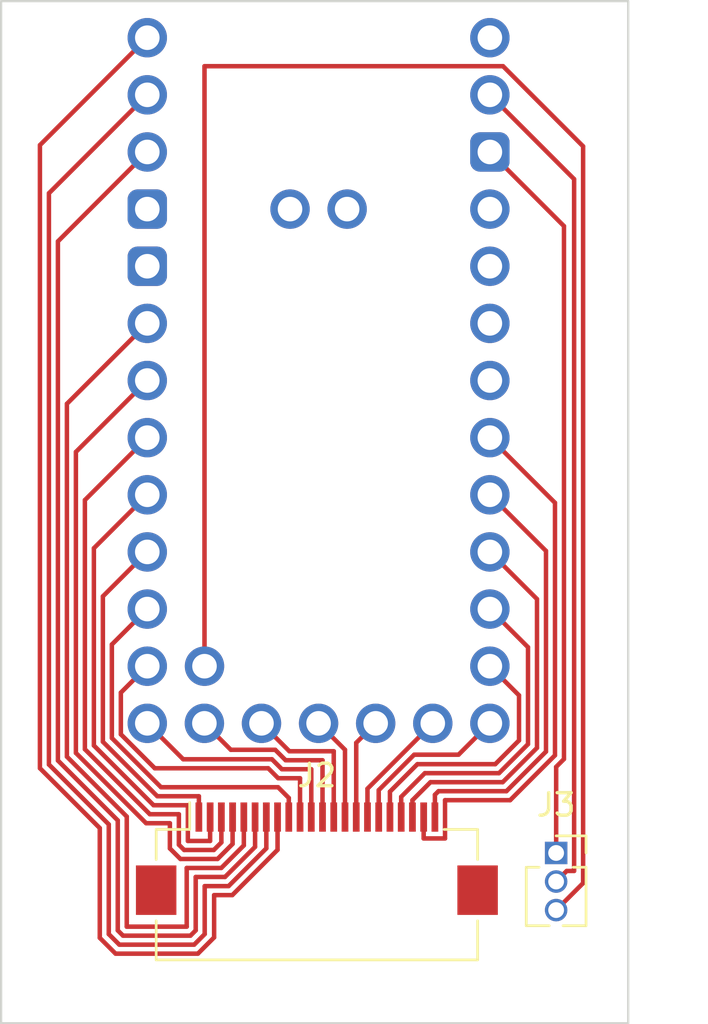
<source format=kicad_pcb>
(kicad_pcb (version 20221018) (generator pcbnew)
  (layers (0 "F.Cu" signal) (31 "B.Cu" signal) (34 "B.Paste" user) (35 "F.Paste" user) (36 "B.SilkS" user "B.Silkscreen") (37 "F.SilkS" user "F.Silkscreen") (38 "B.Mask" user) (39 "F.Mask" user) (44 "Edge.Cuts" user))
  (net 0 "")
  (footprint "Connector_PinSocket_1.27mm:PinSocket_1x03_P1.27mm_Vertical" (layer "F.Cu") (at 77.4327 81.2678)
    (fp_text reference "J3" (at 0 -2.135) (layer "F.SilkS"))
    (fp_text value "Conn_01x03_Male")
    (fp_line (start -1.33 0.635) (end -1.33 3.235) (stroke (width 0.12)) (layer "F.SilkS"))
    (fp_line (start -1.33 0.635) (end -0.76 0.635) (stroke (width 0.12)) (layer "F.SilkS"))
    (fp_line (start -1.33 3.235) (end -0.30753 3.235) (stroke (width 0.12)) (layer "F.SilkS"))
    (fp_line (start 0 -0.76) (end 1.33 -0.76) (stroke (width 0.12)) (layer "F.SilkS"))
    (fp_line (start 0.30753 3.235) (end 1.33 3.235) (stroke (width 0.12)) (layer "F.SilkS"))
    (fp_line (start 0.76 0.635) (end 1.33 0.635) (stroke (width 0.12)) (layer "F.SilkS"))
    (fp_line (start 1.33 -0.76) (end 1.33 0) (stroke (width 0.12)) (layer "F.SilkS"))
    (fp_line (start 1.33 0.635) (end 1.33 3.235) (stroke (width 0.12)) (layer "F.SilkS"))
    (pad "1" thru_hole rect (at 0 0) (size 1 1) (drill 0.7) (layers "*.Cu" "*.Mask"))
    (pad "2" thru_hole oval (at 0 1.27) (size 1 1) (drill 0.7) (layers "*.Cu" "*.Mask"))
    (pad "3" thru_hole oval (at 0 2.54) (size 1 1) (drill 0.7) (layers "*.Cu" "*.Mask"))
  )
  (footprint "Connector_FFC-FPC:Hirose_FH12-22S-0.5SH_1x22-1MP_P0.50mm_Horizontal" (layer "F.Cu") (at 66.7897 81.5218)
    (fp_text reference "J2" (at 0 -3.7) (layer "F.SilkS"))
    (fp_text value "Conn_01x22_Male")
    (fp_line (start -7.15 -1.3) (end -7.15 0.04) (stroke (width 0.12)) (layer "F.SilkS"))
    (fp_line (start -7.15 2.76) (end -7.15 4.5) (stroke (width 0.12)) (layer "F.SilkS"))
    (fp_line (start -7.15 4.5) (end 7.15 4.5) (stroke (width 0.12)) (layer "F.SilkS"))
    (fp_line (start -5.66 -1.3) (end -7.15 -1.3) (stroke (width 0.12)) (layer "F.SilkS"))
    (fp_line (start -5.66 -1.3) (end -5.66 -2.5) (stroke (width 0.12)) (layer "F.SilkS"))
    (fp_line (start 5.66 -1.3) (end 7.15 -1.3) (stroke (width 0.12)) (layer "F.SilkS"))
    (fp_line (start 7.15 -1.3) (end 7.15 0.04) (stroke (width 0.12)) (layer "F.SilkS"))
    (fp_line (start 7.15 4.5) (end 7.15 2.76) (stroke (width 0.12)) (layer "F.SilkS"))
    (pad "1" smd rect (at -5.25 -1.85) (size 0.3 1.3) (layers "F.Cu" "F.Paste" "F.Mask"))
    (pad "2" smd rect (at -4.75 -1.85) (size 0.3 1.3) (layers "F.Cu" "F.Paste" "F.Mask"))
    (pad "3" smd rect (at -4.25 -1.85) (size 0.3 1.3) (layers "F.Cu" "F.Paste" "F.Mask"))
    (pad "4" smd rect (at -3.75 -1.85) (size 0.3 1.3) (layers "F.Cu" "F.Paste" "F.Mask"))
    (pad "5" smd rect (at -3.25 -1.85) (size 0.3 1.3) (layers "F.Cu" "F.Paste" "F.Mask"))
    (pad "6" smd rect (at -2.75 -1.85) (size 0.3 1.3) (layers "F.Cu" "F.Paste" "F.Mask"))
    (pad "7" smd rect (at -2.25 -1.85) (size 0.3 1.3) (layers "F.Cu" "F.Paste" "F.Mask"))
    (pad "8" smd rect (at -1.75 -1.85) (size 0.3 1.3) (layers "F.Cu" "F.Paste" "F.Mask"))
    (pad "9" smd rect (at -1.25 -1.85) (size 0.3 1.3) (layers "F.Cu" "F.Paste" "F.Mask"))
    (pad "10" smd rect (at -0.75 -1.85) (size 0.3 1.3) (layers "F.Cu" "F.Paste" "F.Mask"))
    (pad "11" smd rect (at -0.25 -1.85) (size 0.3 1.3) (layers "F.Cu" "F.Paste" "F.Mask"))
    (pad "12" smd rect (at 0.25 -1.85) (size 0.3 1.3) (layers "F.Cu" "F.Paste" "F.Mask"))
    (pad "13" smd rect (at 0.75 -1.85) (size 0.3 1.3) (layers "F.Cu" "F.Paste" "F.Mask"))
    (pad "14" smd rect (at 1.25 -1.85) (size 0.3 1.3) (layers "F.Cu" "F.Paste" "F.Mask"))
    (pad "15" smd rect (at 1.75 -1.85) (size 0.3 1.3) (layers "F.Cu" "F.Paste" "F.Mask"))
    (pad "16" smd rect (at 2.25 -1.85) (size 0.3 1.3) (layers "F.Cu" "F.Paste" "F.Mask"))
    (pad "17" smd rect (at 2.75 -1.85) (size 0.3 1.3) (layers "F.Cu" "F.Paste" "F.Mask"))
    (pad "18" smd rect (at 3.25 -1.85) (size 0.3 1.3) (layers "F.Cu" "F.Paste" "F.Mask"))
    (pad "19" smd rect (at 3.75 -1.85) (size 0.3 1.3) (layers "F.Cu" "F.Paste" "F.Mask"))
    (pad "20" smd rect (at 4.25 -1.85) (size 0.3 1.3) (layers "F.Cu" "F.Paste" "F.Mask"))
    (pad "21" smd rect (at 4.75 -1.85) (size 0.3 1.3) (layers "F.Cu" "F.Paste" "F.Mask"))
    (pad "22" smd rect (at 5.25 -1.85) (size 0.3 1.3) (layers "F.Cu" "F.Paste" "F.Mask"))
    (pad "MP" smd rect (at -7.15 1.4) (size 1.8 2.2) (layers "F.Cu" "F.Paste" "F.Mask"))
    (pad "MP" smd rect (at 7.15 1.4) (size 1.8 2.2) (layers "F.Cu" "F.Paste" "F.Mask"))
  )
  (footprint "0xCB-HeliosFootprint:helios" (layer "F.Cu") (at 66.8648 61.535)
    (fp_text reference "J4")
    (fp_text value "helios")
    (pad "1" thru_hole circle (at -7.62 -16.51 270) (size 1.7526 1.7526) (drill 1.0922) (layers "*.Cu" "*.Mask"))
    (pad "2" thru_hole circle (at -7.62 -13.97 270) (size 1.7526 1.7526) (drill 1.0922) (layers "*.Cu" "*.Mask"))
    (pad "3" thru_hole circle (at -7.62 -11.43 270) (size 1.7526 1.7526) (drill 1.0922) (layers "*.Cu" "*.Mask"))
    (pad "4" thru_hole roundrect (at -7.62 -8.89 270) (size 1.7526 1.7526) (drill 1.0922) (layers "*.Cu" "*.Mask"))
    (pad "5" thru_hole roundrect (at -7.62 -6.35 270) (size 1.7526 1.7526) (drill 1.0922) (layers "*.Cu" "*.Mask"))
    (pad "6" thru_hole circle (at -7.62 -3.81 270) (size 1.7526 1.7526) (drill 1.0922) (layers "*.Cu" "*.Mask"))
    (pad "7" thru_hole circle (at -7.62 -1.27 270) (size 1.7526 1.7526) (drill 1.0922) (layers "*.Cu" "*.Mask"))
    (pad "8" thru_hole circle (at -7.62 1.27 270) (size 1.7526 1.7526) (drill 1.0922) (layers "*.Cu" "*.Mask"))
    (pad "9" thru_hole circle (at -7.62 3.81 270) (size 1.7526 1.7526) (drill 1.0922) (layers "*.Cu" "*.Mask"))
    (pad "10" thru_hole circle (at -7.62 6.35 270) (size 1.7526 1.7526) (drill 1.0922) (layers "*.Cu" "*.Mask"))
    (pad "11" thru_hole circle (at -7.62 8.89 270) (size 1.7526 1.7526) (drill 1.0922) (layers "*.Cu" "*.Mask"))
    (pad "12" thru_hole circle (at -7.62 11.43 270) (size 1.7526 1.7526) (drill 1.0922) (layers "*.Cu" "*.Mask"))
    (pad "13" thru_hole circle (at -7.62 13.97 270) (size 1.7526 1.7526) (drill 1.0922) (layers "*.Cu" "*.Mask"))
    (pad "14" thru_hole circle (at -5.08 13.97 270) (size 1.7526 1.7526) (drill 1.0922) (layers "*.Cu" "*.Mask"))
    (pad "15" thru_hole circle (at -2.54 13.97 270) (size 1.7526 1.7526) (drill 1.0922) (layers "*.Cu" "*.Mask"))
    (pad "16" thru_hole circle (at 0 13.97 270) (size 1.7526 1.7526) (drill 1.0922) (layers "*.Cu" "*.Mask"))
    (pad "17" thru_hole circle (at 2.54 13.97 270) (size 1.7526 1.7526) (drill 1.0922) (layers "*.Cu" "*.Mask"))
    (pad "18" thru_hole circle (at 5.08 13.97 270) (size 1.7526 1.7526) (drill 1.0922) (layers "*.Cu" "*.Mask"))
    (pad "19" thru_hole circle (at 7.62 13.97 270) (size 1.7526 1.7526) (drill 1.0922) (layers "*.Cu" "*.Mask"))
    (pad "20" thru_hole circle (at 7.62 11.43 270) (size 1.7526 1.7526) (drill 1.0922) (layers "*.Cu" "*.Mask"))
    (pad "21" thru_hole circle (at 7.62 8.89 270) (size 1.7526 1.7526) (drill 1.0922) (layers "*.Cu" "*.Mask"))
    (pad "22" thru_hole circle (at 7.62 6.35 270) (size 1.7526 1.7526) (drill 1.0922) (layers "*.Cu" "*.Mask"))
    (pad "23" thru_hole circle (at 7.62 3.81 270) (size 1.7526 1.7526) (drill 1.0922) (layers "*.Cu" "*.Mask"))
    (pad "24" thru_hole circle (at 7.62 1.27 270) (size 1.7526 1.7526) (drill 1.0922) (layers "*.Cu" "*.Mask"))
    (pad "25" thru_hole circle (at 7.62 -1.27 270) (size 1.7526 1.7526) (drill 1.0922) (layers "*.Cu" "*.Mask"))
    (pad "26" thru_hole circle (at 7.62 -3.81 270) (size 1.7526 1.7526) (drill 1.0922) (layers "*.Cu" "*.Mask"))
    (pad "27" thru_hole circle (at 7.62 -6.35 270) (size 1.7526 1.7526) (drill 1.0922) (layers "*.Cu" "*.Mask"))
    (pad "28" thru_hole circle (at 7.62 -8.89 270) (size 1.7526 1.7526) (drill 1.0922) (layers "*.Cu" "*.Mask"))
    (pad "29" thru_hole roundrect (at 7.62 -11.43 270) (size 1.7526 1.7526) (drill 1.0922) (layers "*.Cu" "*.Mask"))
    (pad "30" thru_hole circle (at 7.62 -13.97 270) (size 1.7526 1.7526) (drill 1.0922) (layers "*.Cu" "*.Mask"))
    (pad "31" thru_hole circle (at 7.62 -16.51 270) (size 1.7526 1.7526) (drill 1.0922) (layers "*.Cu" "*.Mask"))
    (pad "32" thru_hole circle (at -5.075 11.43 270) (size 1.7526 1.7526) (drill 1.0922) (layers "*.Cu" "*.Mask"))
    (pad "33" thru_hole circle (at 1.27 -8.89 270) (size 1.7526 1.7526) (drill 1.0922) (layers "*.Cu" "*.Mask"))
    (pad "34" thru_hole circle (at -1.27 -8.89 270) (size 1.7526 1.7526) (drill 1.0922) (layers "*.Cu" "*.Mask"))
  )
  (gr_rect (start 52.7424 43.3994) (end 80.6376 88.84) (stroke (width 0.1)) (fill none) (layer "Edge.Cuts"))
  (segment (start 64.5397 79.6718) (end 64.5397 81.062828) (width 0.2) (layer "F.Cu") (net 0))
  (segment (start 75.0701 46.292) (end 78.6327 49.8546) (width 0.2) (layer "F.Cu") (net 0))
  (segment (start 55.2685 54.0813) (end 59.2448 50.105) (width 0.2) (layer "F.Cu") (net 0))
  (segment (start 76.1813 72.1215) (end 74.4848 70.425) (width 0.2) (layer "F.Cu") (net 0))
  (segment (start 57.1315 80.163486) (end 54.4685 77.500485) (width 0.2) (layer "F.Cu") (net 0))
  (segment (start 62.0397 80.7344) (end 61.0493 80.7344) (width 0.2) (layer "F.Cu") (net 0))
  (segment (start 72.0397 78.681272) (end 72.1999 78.521072) (width 0.2) (layer "F.Cu") (net 0))
  (segment (start 61.5397 78.745586) (end 59.690475 78.745586) (width 0.2) (layer "F.Cu") (net 0))
  (segment (start 71.0397 79.6718) (end 71.0397 78.9228) (width 0.2) (layer "F.Cu") (net 0))
  (segment (start 62.0397 79.6718) (end 62.0397 80.7344) (width 0.2) (layer "F.Cu") (net 0))
  (segment (start 67.0397 79.6718) (end 67.0397 77.145586) (width 0.2) (layer "F.Cu") (net 0))
  (segment (start 77.4327 82.5378) (end 77.9027 82.0678) (width 0.2) (layer "F.Cu") (net 0))
  (segment (start 67.5397 76.745586) (end 65.565386 76.745586) (width 0.2) (layer "F.Cu") (net 0))
  (segment (start 62.2177 83.141) (end 62.2177 85.022255) (width 0.2) (layer "F.Cu") (net 0))
  (segment (start 63.5397 79.6718) (end 63.5397 80.931456) (width 0.2) (layer "F.Cu") (net 0))
  (segment (start 57.6685 76.157925) (end 57.6685 72.0013) (width 0.2) (layer "F.Cu") (net 0))
  (segment (start 62.9611 76.6813) (end 61.7848 75.505) (width 0.2) (layer "F.Cu") (net 0))
  (segment (start 64.0397 79.6718) (end 64.0397 80.997142) (width 0.2) (layer "F.Cu") (net 0))
  (segment (start 56.8685 76.489296) (end 56.8685 67.7213) (width 0.2) (layer "F.Cu") (net 0))
  (segment (start 57.6685 72.0013) (end 59.2448 70.425) (width 0.2) (layer "F.Cu") (net 0))
  (segment (start 54.4685 49.8013) (end 59.2448 45.025) (width 0.2) (layer "F.Cu") (net 0))
  (segment (start 64.935414 76.6813) (end 62.9611 76.6813) (width 0.2) (layer "F.Cu") (net 0))
  (segment (start 76.1813 76.429686) (end 76.1813 72.1215) (width 0.2) (layer "F.Cu") (net 0))
  (segment (start 67.5397 79.6718) (end 67.5397 76.745586) (width 0.2) (layer "F.Cu") (net 0))
  (segment (start 57.834443 85.744399) (end 57.1315 85.041455) (width 0.2) (layer "F.Cu") (net 0))
  (segment (start 77.9027 82.0678) (end 78.2327 82.0678) (width 0.2) (layer "F.Cu") (net 0))
  (segment (start 72.0397 79.6718) (end 72.0397 78.681272) (width 0.2) (layer "F.Cu") (net 0))
  (segment (start 65.0397 81.128513) (end 63.027213 83.141) (width 0.2) (layer "F.Cu") (net 0))
  (segment (start 65.068328 77.945586) (end 64.624942 77.5022) (width 0.2) (layer "F.Cu") (net 0))
  (segment (start 60.842 77.1022) (end 59.2448 75.505) (width 0.2) (layer "F.Cu") (net 0))
  (segment (start 61.7985 84.875771) (end 61.32987 85.3444) (width 0.2) (layer "F.Cu") (net 0))
  (segment (start 75.7813 74.2615) (end 74.4848 72.965) (width 0.2) (layer "F.Cu") (net 0))
  (segment (start 65.3997 77.145586) (end 64.935414 76.6813) (width 0.2) (layer "F.Cu") (net 0))
  (segment (start 62.702242 82.3346) (end 61.3985 82.3346) (width 0.2) (layer "F.Cu") (net 0))
  (segment (start 77.4327 81.2678) (end 77.4338 81.2667) (width 0.2) (layer "F.Cu") (net 0))
  (segment (start 70.0397 79.6718) (end 70.0397 78.541472) (width 0.2) (layer "F.Cu") (net 0))
  (segment (start 55.2685 77.157) (end 55.2685 54.0813) (width 0.2) (layer "F.Cu") (net 0))
  (segment (start 65.063486 78.345586) (end 59.856161 78.345586) (width 0.2) (layer "F.Cu") (net 0))
  (segment (start 65.5397 79.6718) (end 65.5397 78.8218) (width 0.2) (layer "F.Cu") (net 0))
  (segment (start 61.7898 46.292) (end 75.0701 46.292) (width 0.2) (layer "F.Cu") (net 0))
  (segment (start 71.5397 79.6718) (end 71.5397 80.6219) (width 0.2) (layer "F.Cu") (net 0))
  (segment (start 58.0685 74.1413) (end 59.2448 72.965) (width 0.2) (layer "F.Cu") (net 0))
  (segment (start 61.3985 82.3346) (end 61.3985 84.710085) (width 0.2) (layer "F.Cu") (net 0))
  (segment (start 68.0397 79.6718) (end 68.0397 76.6799) (width 0.2) (layer "F.Cu") (net 0))
  (segment (start 69.0397 78.4101) (end 71.9448 75.505) (width 0.2) (layer "F.Cu") (net 0))
  (segment (start 66.5397 77.545586) (end 65.234014 77.545586) (width 0.2) (layer "F.Cu") (net 0))
  (segment (start 65.234014 77.545586) (end 64.790628 77.1022) (width 0.2) (layer "F.Cu") (net 0))
  (segment (start 68.0397 76.6799) (end 66.8648 75.505) (width 0.2) (layer "F.Cu") (net 0))
  (segment (start 61.495555 85.7444) (end 57.834443 85.744399) (width 0.2) (layer "F.Cu") (net 0))
  (segment (start 78.2327 51.3129) (end 74.4848 47.565) (width 0.2) (layer "F.Cu") (net 0))
  (segment (start 60.6493 80.900085) (end 60.6493 79.545586) (width 0.2) (layer "F.Cu") (net 0))
  (segment (start 54.4685 77.500485) (end 54.4685 49.8013) (width 0.2) (layer "F.Cu") (net 0))
  (segment (start 74.889914 77.721072) (end 76.1813 76.429686) (width 0.2) (layer "F.Cu") (net 0))
  (segment (start 71.116486 76.899) (end 73.0908 76.899) (width 0.2) (layer "F.Cu") (net 0))
  (segment (start 76.9813 76.761057) (end 76.9813 67.8415) (width 0.2) (layer "F.Cu") (net 0))
  (segment (start 61.32987 85.3444) (end 58.000129 85.3444) (width 0.2) (layer "F.Cu") (net 0))
  (segment (start 55.6685 76.986351) (end 55.6685 61.3013) (width 0.2) (layer "F.Cu") (net 0))
  (segment (start 69.0397 79.6718) (end 69.0397 78.4101) (width 0.2) (layer "F.Cu") (net 0))
  (segment (start 72.1999 78.521072) (end 75.221285 78.521072) (width 0.2) (layer "F.Cu") (net 0))
  (segment (start 66.5397 79.6718) (end 66.5397 77.545586) (width 0.2) (layer "F.Cu") (net 0))
  (segment (start 63.0397 79.6718) (end 63.0397 80.865771) (width 0.2) (layer "F.Cu") (net 0))
  (segment (start 56.4685 65.5813) (end 59.2448 62.805) (width 0.2) (layer "F.Cu") (net 0))
  (segment (start 71.0397 78.9228) (end 71.841428 78.121072) (width 0.2) (layer "F.Cu") (net 0))
  (segment (start 63.027213 83.141) (end 62.2177 83.141) (width 0.2) (layer "F.Cu") (net 0))
  (segment (start 54.8685 77.3348) (end 54.8685 51.9413) (width 0.2) (layer "F.Cu") (net 0))
  (segment (start 61.5397 79.6718) (end 61.5397 78.745586) (width 0.2) (layer "F.Cu") (net 0))
  (segment (start 78.6327 49.8546) (end 78.6327 82.6078) (width 0.2) (layer "F.Cu") (net 0))
  (segment (start 61.3985 84.710085) (end 61.164185 84.9444) (width 0.2) (layer "F.Cu") (net 0))
  (segment (start 71.5397 80.6219) (end 71.5398 80.6218) (width 0.2) (layer "F.Cu") (net 0))
  (segment (start 57.9315 84.710085) (end 57.9315 79.82) (width 0.2) (layer "F.Cu") (net 0))
  (segment (start 58.0685 75.99224) (end 58.0685 74.1413) (width 0.2) (layer "F.Cu") (net 0))
  (segment (start 57.2685 76.32361) (end 57.2685 69.8613) (width 0.2) (layer "F.Cu") (net 0))
  (segment (start 63.5397 80.931456) (end 62.536756 81.9344) (width 0.2) (layer "F.Cu") (net 0))
  (segment (start 65.0397 79.6718) (end 65.0397 81.128513) (width 0.2) (layer "F.Cu") (net 0))
  (segment (start 62.861528 82.741) (end 61.7985 82.741) (width 0.2) (layer "F.Cu") (net 0))
  (segment (start 76.5813 76.595371) (end 76.5813 69.9815) (width 0.2) (layer "F.Cu") (net 0))
  (segment (start 75.386971 78.921072) (end 77.3813 76.926742) (width 0.2) (layer "F.Cu") (net 0))
  (segment (start 77.3813 65.7015) (end 74.4848 62.805) (width 0.2) (layer "F.Cu") (net 0))
  (segment (start 55.6685 61.3013) (end 59.2448 57.725) (width 0.2) (layer "F.Cu") (net 0))
  (segment (start 61.164185 84.9444) (end 58.165815 84.9444) (width 0.2) (layer "F.Cu") (net 0))
  (segment (start 78.6327 82.6078) (end 77.4327 83.8078) (width 0.2) (layer "F.Cu") (net 0))
  (segment (start 76.5813 69.9815) (end 74.4848 67.885) (width 0.2) (layer "F.Cu") (net 0))
  (segment (start 78.2327 82.0678) (end 78.2327 51.3129) (width 0.2) (layer "F.Cu") (net 0))
  (segment (start 77.7813 77.092427) (end 77.7813 53.4015) (width 0.2) (layer "F.Cu") (net 0))
  (segment (start 56.8685 67.7213) (end 59.2448 65.345) (width 0.2) (layer "F.Cu") (net 0))
  (segment (start 71.2601 77.321072) (end 74.724228 77.321072) (width 0.2) (layer "F.Cu") (net 0))
  (segment (start 73.0908 76.899) (end 74.4848 75.505) (width 0.2) (layer "F.Cu") (net 0))
  (segment (start 68.5397 76.3701) (end 69.4048 75.505) (width 0.2) (layer "F.Cu") (net 0))
  (segment (start 62.205385 81.1344) (end 60.883615 81.1344) (width 0.2) (layer "F.Cu") (net 0))
  (segment (start 62.536756 81.9344) (end 60.9985 81.9344) (width 0.2) (layer "F.Cu") (net 0))
  (segment (start 57.2685 69.8613) (end 59.2448 67.885) (width 0.2) (layer "F.Cu") (net 0))
  (segment (start 60.6493 79.545586) (end 59.359103 79.545586) (width 0.2) (layer "F.Cu") (net 0))
  (segment (start 58.165815 84.9444) (end 57.9315 84.710085) (width 0.2) (layer "F.Cu") (net 0))
  (segment (start 57.5315 84.87577) (end 57.5315 79.9978) (width 0.2) (layer "F.Cu") (net 0))
  (segment (start 76.9813 67.8415) (end 74.4848 65.345) (width 0.2) (layer "F.Cu") (net 0))
  (segment (start 57.9315 79.82) (end 55.2685 77.157) (width 0.2) (layer "F.Cu") (net 0))
  (segment (start 58.3315 84.5444) (end 58.3315 79.649354) (width 0.2) (layer "F.Cu") (net 0))
  (segment (start 66.0397 77.945586) (end 65.068328 77.945586) (width 0.2) (layer "F.Cu") (net 0))
  (segment (start 60.71793 81.5344) (end 60.2493 81.06577) (width 0.2) (layer "F.Cu") (net 0))
  (segment (start 67.0397 77.145586) (end 65.3997 77.145586) (width 0.2) (layer "F.Cu") (net 0))
  (segment (start 74.724228 77.321072) (end 75.7813 76.264) (width 0.2) (layer "F.Cu") (net 0))
  (segment (start 75.055599 78.121072) (end 76.5813 76.595371) (width 0.2) (layer "F.Cu") (net 0))
  (segment (start 69.5397 79.6718) (end 69.5397 78.475786) (width 0.2) (layer "F.Cu") (net 0))
  (segment (start 59.193417 79.945586) (end 56.0685 76.820666) (width 0.2) (layer "F.Cu") (net 0))
  (segment (start 64.790628 77.1022) (end 60.842 77.1022) (width 0.2) (layer "F.Cu") (net 0))
  (segment (start 65.5397 78.8218) (end 65.063486 78.345586) (width 0.2) (layer "F.Cu") (net 0))
  (segment (start 58.3315 79.649354) (end 55.6685 76.986351) (width 0.2) (layer "F.Cu") (net 0))
  (segment (start 54.8685 51.9413) (end 59.2448 47.565) (width 0.2) (layer "F.Cu") (net 0))
  (segment (start 57.5315 79.9978) (end 54.8685 77.3348) (width 0.2) (layer "F.Cu") (net 0))
  (segment (start 71.841428 78.121072) (end 75.055599 78.121072) (width 0.2) (layer "F.Cu") (net 0))
  (segment (start 61.0493 79.145586) (end 59.524789 79.145586) (width 0.2) (layer "F.Cu") (net 0))
  (segment (start 62.5397 79.6718) (end 62.5397 80.800085) (width 0.2) (layer "F.Cu") (net 0))
  (segment (start 59.690475 78.745586) (end 57.2685 76.32361) (width 0.2) (layer "F.Cu") (net 0))
  (segment (start 72.4897 80.6218) (end 72.4897 78.921072) (width 0.2) (layer "F.Cu") (net 0))
  (segment (start 75.221285 78.521072) (end 76.9813 76.761057) (width 0.2) (layer "F.Cu") (net 0))
  (segment (start 56.4685 76.654981) (end 56.4685 65.5813) (width 0.2) (layer "F.Cu") (net 0))
  (segment (start 62.2177 85.022255) (end 61.495555 85.7444) (width 0.2) (layer "F.Cu") (net 0))
  (segment (start 70.5397 78.7718) (end 71.590428 77.721072) (width 0.2) (layer "F.Cu") (net 0))
  (segment (start 64.0397 80.997142) (end 62.702242 82.3346) (width 0.2) (layer "F.Cu") (net 0))
  (segment (start 69.5397 78.475786) (end 71.116486 76.899) (width 0.2) (layer "F.Cu") (net 0))
  (segment (start 77.4338 77.439928) (end 77.7813 77.092427) (width 0.2) (layer "F.Cu") (net 0))
  (segment (start 60.2493 79.945586) (end 59.193417 79.945586) (width 0.2) (layer "F.Cu") (net 0))
  (segment (start 60.883615 81.1344) (end 60.6493 80.900085) (width 0.2) (layer "F.Cu") (net 0))
  (segment (start 77.3813 76.926742) (end 77.3813 65.7015) (width 0.2) (layer "F.Cu") (net 0))
  (segment (start 59.359103 79.545586) (end 56.4685 76.654981) (width 0.2) (layer "F.Cu") (net 0))
  (segment (start 59.524789 79.145586) (end 56.8685 76.489296) (width 0.2) (layer "F.Cu") (net 0))
  (segment (start 71.5398 80.6218) (end 72.4897 80.6218) (width 0.2) (layer "F.Cu") (net 0))
  (segment (start 60.9985 84.5444) (end 58.3315 84.5444) (width 0.2) (layer "F.Cu") (net 0))
  (segment (start 65.565386 76.745586) (end 64.3248 75.505) (width 0.2) (layer "F.Cu") (net 0))
  (segment (start 77.4338 81.2667) (end 77.4338 77.439928) (width 0.2) (layer "F.Cu") (net 0))
  (segment (start 60.9985 81.9344) (end 60.9985 84.5444) (width 0.2) (layer "F.Cu") (net 0))
  (segment (start 59.856161 78.345586) (end 57.6685 76.157925) (width 0.2) (layer "F.Cu") (net 0))
  (segment (start 58.000129 85.3444) (end 57.5315 84.87577) (width 0.2) (layer "F.Cu") (net 0))
  (segment (start 61.0493 80.7344) (end 61.0493 79.145586) (width 0.2) (layer "F.Cu") (net 0))
  (segment (start 70.0397 78.541472) (end 71.2601 77.321072) (width 0.2) (layer "F.Cu") (net 0))
  (segment (start 56.0685 76.820666) (end 56.0685 63.4413) (width 0.2) (layer "F.Cu") (net 0))
  (segment (start 63.0397 80.865771) (end 62.371071 81.5344) (width 0.2) (layer "F.Cu") (net 0))
  (segment (start 68.5397 79.6718) (end 68.5397 76.3701) (width 0.2) (layer "F.Cu") (net 0))
  (segment (start 71.590428 77.721072) (end 74.889914 77.721072) (width 0.2) (layer "F.Cu") (net 0))
  (segment (start 61.7898 72.965) (end 61.7898 46.292) (width 0.2) (layer "F.Cu") (net 0))
  (segment (start 57.1315 85.041455) (end 57.1315 80.163486) (width 0.2) (layer "F.Cu") (net 0))
  (segment (start 72.4897 78.921072) (end 75.386971 78.921072) (width 0.2) (layer "F.Cu") (net 0))
  (segment (start 62.5397 80.800085) (end 62.205385 81.1344) (width 0.2) (layer "F.Cu") (net 0))
  (segment (start 61.7985 82.741) (end 61.7985 84.875771) (width 0.2) (layer "F.Cu") (net 0))
  (segment (start 60.2493 81.06577) (end 60.2493 79.945586) (width 0.2) (layer "F.Cu") (net 0))
  (segment (start 64.5397 81.062828) (end 62.861528 82.741) (width 0.2) (layer "F.Cu") (net 0))
  (segment (start 59.57846 77.5022) (end 58.0685 75.99224) (width 0.2) (layer "F.Cu") (net 0))
  (segment (start 64.624942 77.5022) (end 59.57846 77.5022) (width 0.2) (layer "F.Cu") (net 0))
  (segment (start 77.7813 53.4015) (end 74.4848 50.105) (width 0.2) (layer "F.Cu") (net 0))
  (segment (start 66.0397 79.6718) (end 66.0397 77.945586) (width 0.2) (layer "F.Cu") (net 0))
  (segment (start 62.371071 81.5344) (end 60.71793 81.5344) (width 0.2) (layer "F.Cu") (net 0))
  (segment (start 70.5397 79.6718) (end 70.5397 78.7718) (width 0.2) (layer "F.Cu") (net 0))
  (segment (start 75.7813 76.264) (end 75.7813 74.2615) (width 0.2) (layer "F.Cu") (net 0))
  (segment (start 56.0685 63.4413) (end 59.2448 60.265) (width 0.2) (layer "F.Cu") (net 0))
)
</source>
